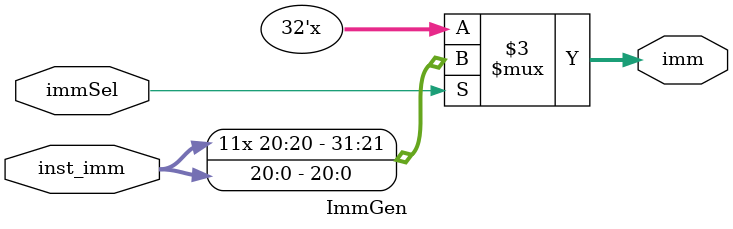
<source format=v>
module ImmGen(
    input wire signed[20:0] inst_imm,
    input immSel,
    output reg signed[31:0]imm);

always @(inst_imm or immSel) begin
    if(immSel)begin
        imm=inst_imm;//自动符号拓展
    end
end
endmodule
</source>
